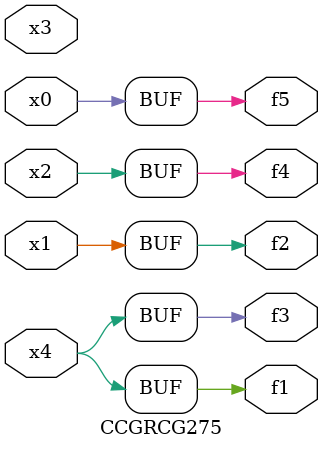
<source format=v>
module CCGRCG275(
	input x0, x1, x2, x3, x4,
	output f1, f2, f3, f4, f5
);
	assign f1 = x4;
	assign f2 = x1;
	assign f3 = x4;
	assign f4 = x2;
	assign f5 = x0;
endmodule

</source>
